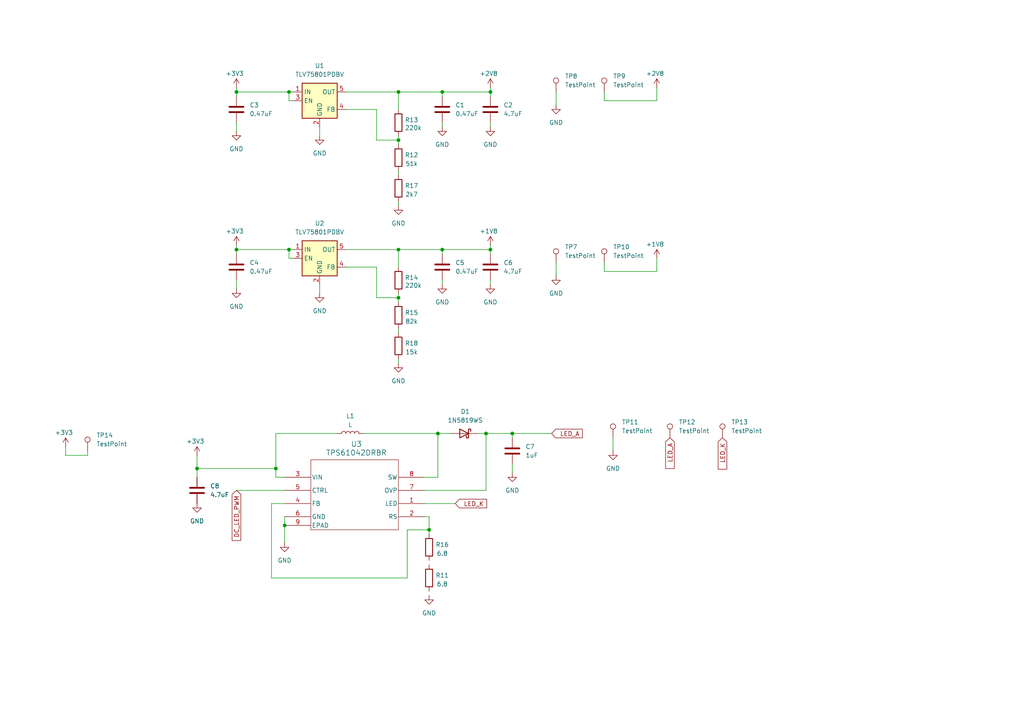
<source format=kicad_sch>
(kicad_sch (version 20250114) (generator "eeschema") (generator_version "9.0")
  (paper "A4")
  (lib_symbols
    (symbol "Connector:TestPoint" (pin_numbers (hide yes)) (pin_names (offset 0.762) (hide yes))
      (property "Reference" "TP" (at 0 6.858 0))
      (property "Value" "TestPoint" (at 0 5.08 0))
      (symbol "TestPoint_0_1"
        (circle (center 0 3.302) (radius 0.762))
      )
      (symbol "TestPoint_1_1"
        (pin passive line (at 0 0 90) (length 2.54) (name "1") (number "1"))
      )
    )
    (symbol "Device:C" (pin_numbers (hide yes)) (pin_names (offset 0.254))
      (property "Reference" "C" (at 0.635 2.54 0))
      (property "Value" "C" (at 0.635 -2.54 0))
      (symbol "C_0_1"
        (polyline (pts (xy -2.032 0.762) (xy 2.032 0.762)) (stroke (width 0.508)))
        (polyline (pts (xy -2.032 -0.762) (xy 2.032 -0.762)) (stroke (width 0.508)))
      )
      (symbol "C_1_1"
        (pin passive line (at 0 3.81 270) (length 2.794) (name "~") (number "1"))
        (pin passive line (at 0 -3.81 90) (length 2.794) (name "~") (number "2"))
      )
    )
    (symbol "Device:L" (pin_numbers (hide yes)) (pin_names (offset 1.016) (hide yes))
      (property "Reference" "L" (at -1.27 0 90))
      (property "Value" "L" (at 1.905 0 90))
      (symbol "L_0_1"
        (arc (start 0 2.54) (mid 0.6323 1.905) (end 0 1.27))
        (arc (start 0 1.27) (mid 0.6323 0.635) (end 0 0))
        (arc (start 0 0) (mid 0.6323 -0.635) (end 0 -1.27))
        (arc (start 0 -1.27) (mid 0.6323 -1.905) (end 0 -2.54))
      )
      (symbol "L_1_1"
        (pin passive line (at 0 3.81 270) (length 1.27) (name "1") (number "1"))
        (pin passive line (at 0 -3.81 90) (length 1.27) (name "2") (number "2"))
      )
    )
    (symbol "Device:R" (pin_numbers (hide yes)) (pin_names (offset 0))
      (property "Reference" "R" (at 2.032 0 90))
      (property "Value" "R" (at 0 0 90))
      (symbol "R_0_1"
        (rectangle (start -1.016 -2.54) (end 1.016 2.54) (stroke (width 0.254)))
      )
      (symbol "R_1_1"
        (pin passive line (at 0 3.81 270) (length 1.27) (name "~") (number "1"))
        (pin passive line (at 0 -3.81 90) (length 1.27) (name "~") (number "2"))
      )
    )
    (symbol "Diode:1N5819WS" (pin_numbers (hide yes)) (pin_names (offset 1.016) (hide yes))
      (property "Reference" "D" (at 0 2.54 0))
      (property "Value" "1N5819WS" (at 0 -2.54 0))
      (symbol "1N5819WS_0_1"
        (polyline (pts (xy -1.905 0.635) (xy -1.905 1.27) (xy -1.27 1.27) (xy -1.27 -1.27) (xy -0.635 -1.27) (xy -0.635 -0.635)) (stroke (width 0.254)))
        (polyline (pts (xy 1.27 1.27) (xy 1.27 -1.27) (xy -1.27 0) (xy 1.27 1.27)) (stroke (width 0.254)))
        (polyline (pts (xy 1.27 0) (xy -1.27 0)))
      )
      (symbol "1N5819WS_1_1"
        (pin passive line (at -3.81 0 0) (length 2.54) (name "K") (number "1"))
        (pin passive line (at 3.81 0 180) (length 2.54) (name "A") (number "2"))
      )
    )
    (symbol "Regulator_Linear:TLV75801PDBV"
      (property "Reference" "U" (at -3.81 6.35 0))
      (property "Value" "TLV75801PDBV" (at 0 6.35 0))
      (symbol "TLV75801PDBV_0_1"
        (rectangle (start 5.08 -5.08) (end -5.08 5.08) (stroke (width 0.254)) (fill (type background)))
      )
      (symbol "TLV75801PDBV_1_1"
        (pin power_in line (at -7.62 2.54 0) (length 2.54) (name "IN") (number "1"))
        (pin input line (at -7.62 0 0) (length 2.54) (name "EN") (number "3"))
        (pin power_in line (at 0 -7.62 90) (length 2.54) (name "GND") (number "2"))
        (pin power_out line (at 7.62 2.54 180) (length 2.54) (name "OUT") (number "5"))
        (pin input line (at 7.62 -2.54 180) (length 2.54) (name "FB") (number "4"))
      )
    )
    (symbol "TPS61042:TPS61042DRBR" (pin_names (offset 0.254))
      (property "Reference" "U" (at 27.94 10.16 0))
      (property "Value" "TPS61042DRBR" (at 27.94 7.62 0))
      (symbol "TPS61042DRBR_0_1"
        (polyline (pts (xy 7.62 5.08) (xy 7.62 -15.24)) (stroke (width 0.127)))
        (polyline (pts (xy 7.62 -15.24) (xy 33.02 -15.24)) (stroke (width 0.127)) (fill (type background)))
        (polyline (pts (xy 33.02 5.08) (xy 7.62 5.08)) (stroke (width 0.127)))
        (polyline (pts (xy 33.02 -15.24) (xy 33.02 5.08)) (stroke (width 0.127)))
        (pin input line (at 0 0 0) (length 7.62) (name "VIN") (number "3"))
        (pin input line (at 0 -3.81 0) (length 7.62) (name "CTRL") (number "5"))
        (pin input line (at 0 -7.62 0) (length 7.62) (name "FB") (number "4"))
        (pin power_in line (at 0 -11.43 0) (length 7.62) (name "GND") (number "6"))
        (pin unspecified line (at 0 -13.97 0) (length 7.62) (name "EPAD") (number "9"))
        (pin input line (at 40.64 0 180) (length 7.62) (name "SW") (number "8"))
        (pin input line (at 40.64 -3.81 180) (length 7.62) (name "OVP") (number "7"))
        (pin input line (at 40.64 -7.62 180) (length 7.62) (name "LED") (number "1"))
        (pin output line (at 40.64 -11.43 180) (length 7.62) (name "RS") (number "2"))
      )
    )
    (symbol "power:GND" (power) (pin_numbers (hide yes)) (pin_names (offset 0) (hide yes))
      (property "Value" "GND" (at 0 -3.81 0))
      (symbol "GND_0_1"
        (polyline (pts (xy 0 0) (xy 0 -1.27) (xy 1.27 -1.27) (xy 0 -2.54) (xy -1.27 -1.27) (xy 0 -1.27)))
      )
      (symbol "GND_1_1"
        (pin power_in line (at 0 0 270) (length 0) (name "~") (number "1"))
      )
    )
    (symbol "power:VCC" (power) (pin_numbers (hide yes)) (pin_names (offset 0) (hide yes))
      (property "Value" "VCC" (at 0 3.556 0))
      (symbol "VCC_0_1"
        (polyline (pts (xy -0.762 1.27) (xy 0 2.54)))
        (polyline (pts (xy 0 2.54) (xy 0.762 1.27)))
        (polyline (pts (xy 0 0) (xy 0 2.54)))
      )
      (symbol "VCC_1_1"
        (pin power_in line (at 0 0 90) (length 0) (name "~") (number "1"))
      )
    )
  )
  (junction (at 83.82 26.67))
  (junction (at 68.58 26.67))
  (junction (at 115.57 26.67))
  (junction (at 83.82 72.39))
  (junction (at 80.01 135.89))
  (junction (at 142.24 72.39))
  (junction (at 142.24 26.67))
  (junction (at 57.15 135.89))
  (junction (at 115.57 40.64))
  (junction (at 127 125.73))
  (junction (at 115.57 86.36))
  (junction (at 68.58 72.39))
  (junction (at 124.46 153.67))
  (junction (at 148.59 125.73))
  (junction (at 82.55 152.4))
  (junction (at 128.27 26.67))
  (junction (at 140.97 125.73))
  (junction (at 115.57 72.39))
  (junction (at 128.27 72.39))
  (wire (pts (xy 68.58 72.39) (xy 68.58 73.66)))
  (wire (pts (xy 177.8 127) (xy 177.8 130.81)))
  (wire (pts (xy 80.01 125.73) (xy 97.79 125.73)))
  (wire (pts (xy 109.22 31.75) (xy 109.22 40.64)))
  (wire (pts (xy 138.43 125.73) (xy 140.97 125.73)))
  (wire (pts (xy 142.24 73.66) (xy 142.24 72.39)))
  (wire (pts (xy 115.57 95.25) (xy 115.57 96.52)))
  (wire (pts (xy 161.29 26.67) (xy 161.29 30.48)))
  (wire (pts (xy 85.09 74.93) (xy 83.82 74.93)))
  (wire (pts (xy 25.4 132.08) (xy 25.4 130.81)))
  (wire (pts (xy 115.57 31.75) (xy 115.57 26.67)))
  (wire (pts (xy 85.09 72.39) (xy 83.82 72.39)))
  (wire (pts (xy 140.97 125.73) (xy 140.97 142.24)))
  (wire (pts (xy 115.57 58.42) (xy 115.57 59.69)))
  (wire (pts (xy 82.55 152.4) (xy 82.55 157.48)))
  (wire (pts (xy 142.24 35.56) (xy 142.24 36.83)))
  (wire (pts (xy 83.82 72.39) (xy 68.58 72.39)))
  (wire (pts (xy 68.58 81.28) (xy 68.58 83.82)))
  (wire (pts (xy 115.57 40.64) (xy 115.57 41.91)))
  (wire (pts (xy 123.19 149.86) (xy 124.46 149.86)))
  (wire (pts (xy 142.24 71.12) (xy 142.24 72.39)))
  (wire (pts (xy 128.27 81.28) (xy 128.27 82.55)))
  (wire (pts (xy 140.97 125.73) (xy 148.59 125.73)))
  (wire (pts (xy 128.27 72.39) (xy 128.27 73.66)))
  (wire (pts (xy 85.09 26.67) (xy 83.82 26.67)))
  (wire (pts (xy 128.27 26.67) (xy 115.57 26.67)))
  (wire (pts (xy 115.57 72.39) (xy 100.33 72.39)))
  (wire (pts (xy 127 125.73) (xy 127 138.43)))
  (wire (pts (xy 190.5 29.21) (xy 175.26 29.21)))
  (wire (pts (xy 123.19 138.43) (xy 127 138.43)))
  (wire (pts (xy 115.57 49.53) (xy 115.57 50.8)))
  (wire (pts (xy 19.05 129.54) (xy 19.05 132.08)))
  (wire (pts (xy 100.33 77.47) (xy 109.22 77.47)))
  (wire (pts (xy 142.24 27.94) (xy 142.24 26.67)))
  (wire (pts (xy 140.97 142.24) (xy 123.19 142.24)))
  (wire (pts (xy 80.01 138.43) (xy 80.01 135.89)))
  (wire (pts (xy 82.55 138.43) (xy 80.01 138.43)))
  (wire (pts (xy 57.15 135.89) (xy 80.01 135.89)))
  (wire (pts (xy 78.74 146.05) (xy 82.55 146.05)))
  (wire (pts (xy 127 125.73) (xy 130.81 125.73)))
  (wire (pts (xy 142.24 26.67) (xy 128.27 26.67)))
  (wire (pts (xy 128.27 72.39) (xy 115.57 72.39)))
  (wire (pts (xy 175.26 29.21) (xy 175.26 26.67)))
  (wire (pts (xy 83.82 26.67) (xy 68.58 26.67)))
  (wire (pts (xy 68.58 26.67) (xy 68.58 27.94)))
  (wire (pts (xy 190.5 25.4) (xy 190.5 29.21)))
  (wire (pts (xy 190.5 78.74) (xy 175.26 78.74)))
  (wire (pts (xy 80.01 135.89) (xy 80.01 125.73)))
  (wire (pts (xy 68.58 35.56) (xy 68.58 38.1)))
  (wire (pts (xy 57.15 138.43) (xy 57.15 135.89)))
  (wire (pts (xy 161.29 76.2) (xy 161.29 80.01)))
  (wire (pts (xy 109.22 40.64) (xy 115.57 40.64)))
  (wire (pts (xy 128.27 26.67) (xy 128.27 27.94)))
  (wire (pts (xy 68.58 71.12) (xy 68.58 72.39)))
  (wire (pts (xy 124.46 153.67) (xy 118.11 153.67)))
  (wire (pts (xy 148.59 125.73) (xy 160.02 125.73)))
  (wire (pts (xy 115.57 77.47) (xy 115.57 72.39)))
  (wire (pts (xy 82.55 149.86) (xy 82.55 152.4)))
  (wire (pts (xy 78.74 167.64) (xy 78.74 146.05)))
  (wire (pts (xy 115.57 85.09) (xy 115.57 86.36)))
  (wire (pts (xy 115.57 104.14) (xy 115.57 105.41)))
  (wire (pts (xy 57.15 132.08) (xy 57.15 135.89)))
  (wire (pts (xy 142.24 25.4) (xy 142.24 26.67)))
  (wire (pts (xy 85.09 29.21) (xy 83.82 29.21)))
  (wire (pts (xy 142.24 81.28) (xy 142.24 82.55)))
  (wire (pts (xy 115.57 26.67) (xy 100.33 26.67)))
  (wire (pts (xy 118.11 167.64) (xy 78.74 167.64)))
  (wire (pts (xy 115.57 86.36) (xy 115.57 87.63)))
  (wire (pts (xy 142.24 72.39) (xy 128.27 72.39)))
  (wire (pts (xy 68.58 25.4) (xy 68.58 26.67)))
  (wire (pts (xy 109.22 86.36) (xy 115.57 86.36)))
  (wire (pts (xy 118.11 153.67) (xy 118.11 167.64)))
  (wire (pts (xy 175.26 78.74) (xy 175.26 76.2)))
  (wire (pts (xy 128.27 35.56) (xy 128.27 36.83)))
  (wire (pts (xy 132.08 146.05) (xy 123.19 146.05)))
  (wire (pts (xy 92.71 82.55) (xy 92.71 85.09)))
  (wire (pts (xy 190.5 74.93) (xy 190.5 78.74)))
  (wire (pts (xy 100.33 31.75) (xy 109.22 31.75)))
  (wire (pts (xy 19.05 132.08) (xy 25.4 132.08)))
  (wire (pts (xy 124.46 153.67) (xy 124.46 149.86)))
  (wire (pts (xy 83.82 72.39) (xy 83.82 74.93)))
  (wire (pts (xy 109.22 77.47) (xy 109.22 86.36)))
  (wire (pts (xy 148.59 134.62) (xy 148.59 137.16)))
  (wire (pts (xy 115.57 39.37) (xy 115.57 40.64)))
  (wire (pts (xy 92.71 36.83) (xy 92.71 39.37)))
  (wire (pts (xy 148.59 125.73) (xy 148.59 127)))
  (wire (pts (xy 124.46 154.94) (xy 124.46 153.67)))
  (wire (pts (xy 105.41 125.73) (xy 127 125.73)))
  (wire (pts (xy 68.58 142.24) (xy 82.55 142.24)))
  (wire (pts (xy 83.82 26.67) (xy 83.82 29.21)))
  (global_label " LED_K" (shape input) (at 209.55 127 270) (property "Intersheetrefs" "${INTERSHEET_REFS}" (effects (hide yes))))
  (global_label "DC_LED_PWM" (shape input) (at 68.58 142.24 270) (property "Intersheetrefs" "${INTERSHEET_REFS}" (effects (hide yes))))
  (global_label " LED_A" (shape input) (at 160.02 125.73 0) (property "Intersheetrefs" "${INTERSHEET_REFS}" (effects (hide yes))))
  (global_label " LED_A" (shape input) (at 194.31 127 270) (property "Intersheetrefs" "${INTERSHEET_REFS}" (effects (hide yes))))
  (global_label " LED_K" (shape input) (at 132.08 146.05 0) (property "Intersheetrefs" "${INTERSHEET_REFS}" (effects (hide yes))))
  (symbol (lib_id "power:VCC") (at 142.24 71.12 0) (unit 1)
    (property "Reference" "#PWR020" (effects (hide yes)))
    (property "Value" "+1V8" (at 141.732 67.056 0))
    (property "Description" "Power symbol creates a global label with name \"VCC\"" (effects (hide yes)))
  )
  (symbol (lib_id "Connector:TestPoint") (at 175.26 26.67 0) (unit 1) (in_bom no)
    (property "Reference" "TP9" (at 177.8 22.0979 0) (effects (justify left)))
    (property "Value" "TestPoint" (at 177.8 24.6379 0) (effects (justify left)))
    (property "Footprint" "TestPoint:TestPoint_Pad_D1.0mm" (effects (hide yes)))
    (property "Description" "test point" (effects (hide yes)))
  )
  (symbol (lib_id "TPS61042:TPS61042DRBR") (at 82.55 138.43 0) (unit 1)
    (property "Reference" "U3" (at 103.378 128.778 0) (effects (font (size 1.524 1.524))))
    (property "Value" "TPS61042DRBR" (at 103.378 131.318 0) (effects (font (size 1.524 1.524))))
    (property "Footprint" "lib:DRB8_1P75X1P5" (effects (hide yes)))
    (property "Datasheet" "TPS61042DRBR" (effects (hide yes)))
    (property "LCSC#" "C91304" (effects (hide yes)))
  )
  (symbol (lib_id "power:GND") (at 177.8 130.81 0) (unit 1)
    (property "Reference" "#PWR039" (effects (hide yes)))
    (property "Value" "GND" (at 177.8 135.89 0))
    (property "Description" "Power symbol creates a global label with name \"GND\" , ground" (effects (hide yes)))
  )
  (symbol (lib_id "Device:R") (at 115.57 81.28 180) (unit 1)
    (property "Reference" "R14" (at 119.38 80.518 0))
    (property "Value" "220k" (at 119.888 82.804 0))
    (property "Footprint" "Resistor_SMD:R_0603_1608Metric" (effects (hide yes)))
    (property "Description" "Resistor" (effects (hide yes)))
    (property "LCSC#" "C22961" (effects (hide yes)))
  )
  (symbol (lib_id "power:GND") (at 57.15 146.05 0) (unit 1)
    (property "Reference" "#PWR025" (effects (hide yes)))
    (property "Value" "GND" (at 57.15 151.13 0))
    (property "Description" "Power symbol creates a global label with name \"GND\" , ground" (effects (hide yes)))
  )
  (symbol (lib_id "power:GND") (at 92.71 85.09 0) (unit 1)
    (property "Reference" "#PWR017" (effects (hide yes)))
    (property "Value" "GND" (at 92.71 90.17 0))
    (property "Description" "Power symbol creates a global label with name \"GND\" , ground" (effects (hide yes)))
  )
  (symbol (lib_id "Regulator_Linear:TLV75801PDBV") (at 92.71 29.21 0) (unit 1)
    (property "Reference" "U1" (at 92.71 19.05 0))
    (property "Value" "TLV75801PDBV" (at 92.71 21.59 0))
    (property "Footprint" "Package_TO_SOT_SMD:SOT-23-5" (effects (hide yes)))
    (property "Datasheet" "https://www.ti.com/lit/ds/symlink/tlv758p.pdf" (effects (hide yes)))
    (property "Description" "500mA Low-Dropout Linear Regulator, Adjustable Output, SOT-23-5" (effects (hide yes)))
    (property "LCSC#" "C2877852 " (effects (hide yes)))
  )
  (symbol (lib_id "Device:C") (at 68.58 77.47 0) (unit 1)
    (property "Reference" "C4" (at 72.39 76.1999 0) (effects (justify left)))
    (property "Value" "0.47uF" (at 72.39 78.7399 0) (effects (justify left)))
    (property "Footprint" "Capacitor_SMD:C_0603_1608Metric" (effects (hide yes)))
    (property "Description" "Unpolarized capacitor" (effects (hide yes)))
    (property "LCSC#" "C1623" (effects (hide yes)))
  )
  (symbol (lib_id "power:GND") (at 68.58 38.1 0) (unit 1)
    (property "Reference" "#PWR013" (effects (hide yes)))
    (property "Value" "GND" (at 68.58 43.18 0))
    (property "Description" "Power symbol creates a global label with name \"GND\" , ground" (effects (hide yes)))
  )
  (symbol (lib_id "power:GND") (at 115.57 105.41 0) (unit 1)
    (property "Reference" "#PWR018" (effects (hide yes)))
    (property "Value" "GND" (at 115.57 110.49 0))
    (property "Description" "Power symbol creates a global label with name \"GND\" , ground" (effects (hide yes)))
  )
  (symbol (lib_id "Device:C") (at 148.59 130.81 0) (unit 1)
    (property "Reference" "C7" (at 152.4 129.5399 0) (effects (justify left)))
    (property "Value" "1uF" (at 152.4 132.0799 0) (effects (justify left)))
    (property "Footprint" "Capacitor_SMD:C_0603_1608Metric" (effects (hide yes)))
    (property "Description" "Unpolarized capacitor" (effects (hide yes)))
    (property "LCSC#" "C15849" (effects (hide yes)))
  )
  (symbol (lib_id "Regulator_Linear:TLV75801PDBV") (at 92.71 74.93 0) (unit 1)
    (property "Reference" "U2" (at 92.71 64.77 0))
    (property "Value" "TLV75801PDBV" (at 92.71 67.31 0))
    (property "Footprint" "Package_TO_SOT_SMD:SOT-23-5" (effects (hide yes)))
    (property "Datasheet" "https://www.ti.com/lit/ds/symlink/tlv758p.pdf" (effects (hide yes)))
    (property "Description" "500mA Low-Dropout Linear Regulator, Adjustable Output, SOT-23-5" (effects (hide yes)))
    (property "LCSC#" "C2877852 " (effects (hide yes)))
  )
  (symbol (lib_id "Device:R") (at 115.57 100.33 180) (unit 1)
    (property "Reference" "R18" (at 119.38 99.568 0))
    (property "Value" "15k" (at 119.38 102.108 0))
    (property "Footprint" "Resistor_SMD:R_0603_1608Metric" (effects (hide yes)))
    (property "Description" "Resistor" (effects (hide yes)))
    (property "LCSC#" "C22809" (effects (hide yes)))
  )
  (symbol (lib_id "power:GND") (at 128.27 36.83 0) (unit 1)
    (property "Reference" "#PWR09" (effects (hide yes)))
    (property "Value" "GND" (at 128.27 41.91 0))
    (property "Description" "Power symbol creates a global label with name \"GND\" , ground" (effects (hide yes)))
  )
  (symbol (lib_id "power:VCC") (at 57.15 132.08 0) (unit 1)
    (property "Reference" "#PWR026" (effects (hide yes)))
    (property "Value" "+3V3" (at 56.642 128.016 0))
    (property "Description" "Power symbol creates a global label with name \"VCC\"" (effects (hide yes)))
  )
  (symbol (lib_id "Connector:TestPoint") (at 177.8 127 0) (unit 1) (in_bom no)
    (property "Reference" "TP11" (at 180.34 122.4279 0) (effects (justify left)))
    (property "Value" "TestPoint" (at 180.34 124.9679 0) (effects (justify left)))
    (property "Footprint" "TestPoint:TestPoint_Pad_D1.0mm" (effects (hide yes)))
    (property "Description" "test point" (effects (hide yes)))
  )
  (symbol (lib_id "Device:C") (at 142.24 77.47 0) (unit 1)
    (property "Reference" "C6" (at 146.05 76.1999 0) (effects (justify left)))
    (property "Value" "4.7uF" (at 146.05 78.7399 0) (effects (justify left)))
    (property "Footprint" "Capacitor_SMD:C_0603_1608Metric" (effects (hide yes)))
    (property "Description" "Unpolarized capacitor" (effects (hide yes)))
    (property "LCSC#" "C19666 " (effects (hide yes)))
  )
  (symbol (lib_id "Device:R") (at 115.57 45.72 180) (unit 1)
    (property "Reference" "R12" (at 119.38 44.958 0))
    (property "Value" "51k" (at 119.38 47.498 0))
    (property "Footprint" "Resistor_SMD:R_0603_1608Metric" (effects (hide yes)))
    (property "Description" "Resistor" (effects (hide yes)))
    (property "LCSC#" "C23196" (effects (hide yes)))
  )
  (symbol (lib_id "power:VCC") (at 190.5 25.4 0) (unit 1)
    (property "Reference" "#PWR037" (effects (hide yes)))
    (property "Value" "+2V8" (at 189.992 21.336 0))
    (property "Description" "Power symbol creates a global label with name \"VCC\"" (effects (hide yes)))
  )
  (symbol (lib_id "power:GND") (at 161.29 30.48 0) (unit 1)
    (property "Reference" "#PWR036" (effects (hide yes)))
    (property "Value" "GND" (at 161.29 35.56 0))
    (property "Description" "Power symbol creates a global label with name \"GND\" , ground" (effects (hide yes)))
  )
  (symbol (lib_id "Connector:TestPoint") (at 209.55 127 0) (unit 1) (in_bom no)
    (property "Reference" "TP13" (at 212.09 122.4279 0) (effects (justify left)))
    (property "Value" "TestPoint" (at 212.09 124.9679 0) (effects (justify left)))
    (property "Footprint" "TestPoint:TestPoint_Pad_D1.0mm" (effects (hide yes)))
    (property "Description" "test point" (effects (hide yes)))
  )
  (symbol (lib_id "power:GND") (at 124.46 172.72 0) (unit 1)
    (property "Reference" "#PWR023" (effects (hide yes)))
    (property "Value" "GND" (at 124.46 177.8 0))
    (property "Description" "Power symbol creates a global label with name \"GND\" , ground" (effects (hide yes)))
  )
  (symbol (lib_id "power:VCC") (at 68.58 25.4 0) (unit 1)
    (property "Reference" "#PWR012" (effects (hide yes)))
    (property "Value" "+3V3" (at 68.072 21.336 0))
    (property "Description" "Power symbol creates a global label with name \"VCC\"" (effects (hide yes)))
  )
  (symbol (lib_id "Device:R") (at 115.57 35.56 180) (unit 1)
    (property "Reference" "R13" (at 119.38 34.798 0))
    (property "Value" "220k" (at 119.888 37.084 0))
    (property "Footprint" "Resistor_SMD:R_0603_1608Metric" (effects (hide yes)))
    (property "Description" "Resistor" (effects (hide yes)))
    (property "LCSC#" "C22961" (effects (hide yes)))
  )
  (symbol (lib_id "power:VCC") (at 19.05 129.54 0) (unit 1)
    (property "Reference" "#PWR040" (effects (hide yes)))
    (property "Value" "+3V3" (at 18.542 125.476 0))
    (property "Description" "Power symbol creates a global label with name \"VCC\"" (effects (hide yes)))
  )
  (symbol (lib_id "Connector:TestPoint") (at 161.29 76.2 0) (unit 1) (in_bom no)
    (property "Reference" "TP7" (at 163.83 71.6279 0) (effects (justify left)))
    (property "Value" "TestPoint" (at 163.83 74.1679 0) (effects (justify left)))
    (property "Footprint" "TestPoint:TestPoint_Pad_D1.0mm" (effects (hide yes)))
    (property "Description" "test point" (effects (hide yes)))
  )
  (symbol (lib_id "Connector:TestPoint") (at 175.26 76.2 0) (unit 1) (in_bom no)
    (property "Reference" "TP10" (at 177.8 71.6279 0) (effects (justify left)))
    (property "Value" "TestPoint" (at 177.8 74.1679 0) (effects (justify left)))
    (property "Footprint" "TestPoint:TestPoint_Pad_D1.0mm" (effects (hide yes)))
    (property "Description" "test point" (effects (hide yes)))
  )
  (symbol (lib_id "power:GND") (at 128.27 82.55 0) (unit 1)
    (property "Reference" "#PWR019" (effects (hide yes)))
    (property "Value" "GND" (at 128.27 87.63 0))
    (property "Description" "Power symbol creates a global label with name \"GND\" , ground" (effects (hide yes)))
  )
  (symbol (lib_id "power:GND") (at 142.24 82.55 0) (unit 1)
    (property "Reference" "#PWR021" (effects (hide yes)))
    (property "Value" "GND" (at 142.24 87.63 0))
    (property "Description" "Power symbol creates a global label with name \"GND\" , ground" (effects (hide yes)))
  )
  (symbol (lib_id "Connector:TestPoint") (at 161.29 26.67 0) (unit 1) (in_bom no)
    (property "Reference" "TP8" (at 163.83 22.0979 0) (effects (justify left)))
    (property "Value" "TestPoint" (at 163.83 24.6379 0) (effects (justify left)))
    (property "Footprint" "TestPoint:TestPoint_Pad_D1.0mm" (effects (hide yes)))
    (property "Description" "test point" (effects (hide yes)))
  )
  (symbol (lib_id "Connector:TestPoint") (at 25.4 130.81 0) (unit 1) (in_bom no)
    (property "Reference" "TP14" (at 27.94 126.2379 0) (effects (justify left)))
    (property "Value" "TestPoint" (at 27.94 128.7779 0) (effects (justify left)))
    (property "Footprint" "TestPoint:TestPoint_Pad_D1.0mm" (effects (hide yes)))
    (property "Description" "test point" (effects (hide yes)))
  )
  (symbol (lib_id "power:GND") (at 161.29 80.01 0) (unit 1)
    (property "Reference" "#PWR035" (effects (hide yes)))
    (property "Value" "GND" (at 161.29 85.09 0))
    (property "Description" "Power symbol creates a global label with name \"GND\" , ground" (effects (hide yes)))
  )
  (symbol (lib_id "Device:C") (at 128.27 77.47 0) (unit 1)
    (property "Reference" "C5" (at 132.08 76.1999 0) (effects (justify left)))
    (property "Value" "0.47uF" (at 132.08 78.7399 0) (effects (justify left)))
    (property "Footprint" "Capacitor_SMD:C_0603_1608Metric" (effects (hide yes)))
    (property "Description" "Unpolarized capacitor" (effects (hide yes)))
    (property "LCSC#" "C1623" (effects (hide yes)))
  )
  (symbol (lib_id "power:GND") (at 68.58 83.82 0) (unit 1)
    (property "Reference" "#PWR016" (effects (hide yes)))
    (property "Value" "GND" (at 68.58 88.9 0))
    (property "Description" "Power symbol creates a global label with name \"GND\" , ground" (effects (hide yes)))
  )
  (symbol (lib_id "Connector:TestPoint") (at 194.31 127 0) (unit 1) (in_bom no)
    (property "Reference" "TP12" (at 196.85 122.4279 0) (effects (justify left)))
    (property "Value" "TestPoint" (at 196.85 124.9679 0) (effects (justify left)))
    (property "Footprint" "TestPoint:TestPoint_Pad_D1.0mm" (effects (hide yes)))
    (property "Description" "test point" (effects (hide yes)))
  )
  (symbol (lib_id "Device:R") (at 115.57 91.44 180) (unit 1)
    (property "Reference" "R15" (at 119.38 90.678 0))
    (property "Value" "82k" (at 119.38 93.218 0))
    (property "Footprint" "Resistor_SMD:R_0603_1608Metric" (effects (hide yes)))
    (property "Description" "Resistor" (effects (hide yes)))
    (property "LCSC#" "C23254" (effects (hide yes)))
  )
  (symbol (lib_id "Device:R") (at 124.46 158.75 180) (unit 1)
    (property "Reference" "R16" (at 128.27 157.988 0))
    (property "Value" "6.8" (at 128.27 160.528 0))
    (property "Footprint" "Resistor_SMD:R_0603_1608Metric" (effects (hide yes)))
    (property "Description" "Resistor" (effects (hide yes)))
  )
  (symbol (lib_id "power:VCC") (at 68.58 71.12 0) (unit 1)
    (property "Reference" "#PWR015" (effects (hide yes)))
    (property "Value" "+3V3" (at 68.072 67.056 0))
    (property "Description" "Power symbol creates a global label with name \"VCC\"" (effects (hide yes)))
  )
  (symbol (lib_id "Device:C") (at 128.27 31.75 0) (unit 1)
    (property "Reference" "C1" (at 132.08 30.4799 0) (effects (justify left)))
    (property "Value" "0.47uF" (at 132.08 33.0199 0) (effects (justify left)))
    (property "Footprint" "Capacitor_SMD:C_0603_1608Metric" (effects (hide yes)))
    (property "Description" "Unpolarized capacitor" (effects (hide yes)))
    (property "LCSC#" "C1623" (effects (hide yes)))
  )
  (symbol (lib_id "Device:C") (at 142.24 31.75 0) (unit 1)
    (property "Reference" "C2" (at 146.05 30.4799 0) (effects (justify left)))
    (property "Value" "4.7uF" (at 146.05 33.0199 0) (effects (justify left)))
    (property "Footprint" "Capacitor_SMD:C_0603_1608Metric" (effects (hide yes)))
    (property "Description" "Unpolarized capacitor" (effects (hide yes)))
    (property "LCSC#" "C19666 " (effects (hide yes)))
  )
  (symbol (lib_id "Device:R") (at 115.57 54.61 180) (unit 1)
    (property "Reference" "R17" (at 119.38 53.848 0))
    (property "Value" "2k7" (at 119.38 56.388 0))
    (property "Footprint" "Resistor_SMD:R_0603_1608Metric" (effects (hide yes)))
    (property "Description" "Resistor" (effects (hide yes)))
    (property "LCSC#" "C13167" (effects (hide yes)))
  )
  (symbol (lib_id "Device:C") (at 68.58 31.75 0) (unit 1)
    (property "Reference" "C3" (at 72.39 30.4799 0) (effects (justify left)))
    (property "Value" "0.47uF" (at 72.39 33.0199 0) (effects (justify left)))
    (property "Footprint" "Capacitor_SMD:C_0603_1608Metric" (effects (hide yes)))
    (property "Description" "Unpolarized capacitor" (effects (hide yes)))
    (property "LCSC#" "C1623" (effects (hide yes)))
  )
  (symbol (lib_id "Device:R") (at 124.46 167.64 180) (unit 1)
    (property "Reference" "R11" (at 128.27 166.878 0))
    (property "Value" "6.8" (at 128.27 169.418 0))
    (property "Footprint" "Resistor_SMD:R_0603_1608Metric" (effects (hide yes)))
    (property "Description" "Resistor" (effects (hide yes)))
  )
  (symbol (lib_id "power:GND") (at 142.24 36.83 0) (unit 1)
    (property "Reference" "#PWR010" (effects (hide yes)))
    (property "Value" "GND" (at 142.24 41.91 0))
    (property "Description" "Power symbol creates a global label with name \"GND\" , ground" (effects (hide yes)))
  )
  (symbol (lib_id "power:GND") (at 82.55 157.48 0) (unit 1)
    (property "Reference" "#PWR024" (effects (hide yes)))
    (property "Value" "GND" (at 82.55 162.56 0))
    (property "Description" "Power symbol creates a global label with name \"GND\" , ground" (effects (hide yes)))
  )
  (symbol (lib_id "power:GND") (at 115.57 59.69 0) (unit 1)
    (property "Reference" "#PWR08" (effects (hide yes)))
    (property "Value" "GND" (at 115.57 64.77 0))
    (property "Description" "Power symbol creates a global label with name \"GND\" , ground" (effects (hide yes)))
  )
  (symbol (lib_id "power:GND") (at 148.59 137.16 0) (unit 1)
    (property "Reference" "#PWR022" (effects (hide yes)))
    (property "Value" "GND" (at 148.59 142.24 0))
    (property "Description" "Power symbol creates a global label with name \"GND\" , ground" (effects (hide yes)))
  )
  (symbol (lib_id "power:VCC") (at 190.5 74.93 0) (unit 1)
    (property "Reference" "#PWR038" (effects (hide yes)))
    (property "Value" "+1V8" (at 189.992 70.866 0))
    (property "Description" "Power symbol creates a global label with name \"VCC\"" (effects (hide yes)))
  )
  (symbol (lib_id "Device:L") (at 101.6 125.73 90) (unit 1)
    (property "Reference" "L1" (at 101.6 120.65 90))
    (property "Value" "L" (at 101.6 123.19 90))
    (property "Footprint" "Inductor_SMD:L_1210_3225Metric" (effects (hide yes)))
    (property "Description" "DFE322512F-4R7M=P2" (effects (hide yes)))
    (property "LCSC#" "C703083" (effects (hide yes)))
  )
  (symbol (lib_id "Device:C") (at 57.15 142.24 0) (unit 1)
    (property "Reference" "C8" (at 60.96 140.9699 0) (effects (justify left)))
    (property "Value" "4.7uF" (at 60.96 143.5099 0) (effects (justify left)))
    (property "Footprint" "Capacitor_SMD:C_0603_1608Metric" (effects (hide yes)))
    (property "Description" "Unpolarized capacitor" (effects (hide yes)))
    (property "LCSC#" "C19666 " (effects (hide yes)))
  )
  (symbol (lib_id "power:GND") (at 92.71 39.37 0) (unit 1)
    (property "Reference" "#PWR014" (effects (hide yes)))
    (property "Value" "GND" (at 92.71 44.45 0))
    (property "Description" "Power symbol creates a global label with name \"GND\" , ground" (effects (hide yes)))
  )
  (symbol (lib_id "power:VCC") (at 142.24 25.4 0) (unit 1)
    (property "Reference" "#PWR011" (effects (hide yes)))
    (property "Value" "+2V8" (at 141.732 21.336 0))
    (property "Description" "Power symbol creates a global label with name \"VCC\"" (effects (hide yes)))
  )
  (symbol (lib_id "Diode:1N5819WS") (at 134.62 125.73 0) (mirror y) (unit 1)
    (property "Reference" "D1" (at 134.9375 119.38 0))
    (property "Value" "1N5819WS" (at 134.9375 121.92 0))
    (property "Footprint" "Diode_SMD:D_SOD-323" (effects (hide yes)))
    (property "Datasheet" "https://datasheet.lcsc.com/lcsc/2204281430_Guangdong-Hottech-1N5819WS_C191023.pdf" (effects (hide yes)))
    (property "Description" "40V 600mV@1A 1A SOD-323 Schottky Barrier Diodes, SOD-323" (effects (hide yes)))
    (property "LCSC#" "C191023" (effects (hide yes)))
  )
)
</source>
